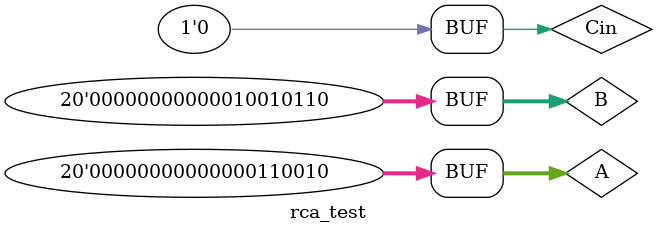
<source format=v>
`timescale 1ns / 1ps


module rca_test;

	// Inputs
	reg [19:0] A;
	reg [19:0] B;
	reg Cin;

	// Outputs
	wire [19:0] Sum;
	wire Ovf;

	// Instantiate the Unit Under Test (UUT)
	RCA20 uut (
		.A(A), 
		.B(B), 
		.Cin(Cin), 
		.Sum(Sum), 
		.Ovf(Ovf)
	);

	initial begin
		// Initialize Inputs
		A = 0;
		B = 0;
		Cin = 0;

		// Wait 100 ns for global reset to finish
		#100;
        
		// Add stimulus here
		{A} = 50;
		{B} = 150;
		Cin = 0;
		#100;

	end
      
endmodule


</source>
